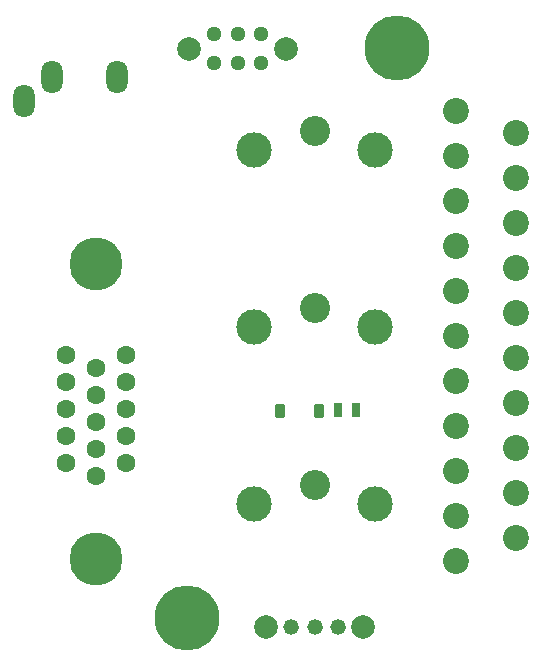
<source format=gbr>
%TF.GenerationSoftware,KiCad,Pcbnew,7.0.11+dfsg-1*%
%TF.CreationDate,2024-03-22T13:59:40+02:00*%
%TF.ProjectId,dexx_video_adapter,64657878-5f76-4696-9465-6f5f61646170,rev?*%
%TF.SameCoordinates,Original*%
%TF.FileFunction,Soldermask,Top*%
%TF.FilePolarity,Negative*%
%FSLAX46Y46*%
G04 Gerber Fmt 4.6, Leading zero omitted, Abs format (unit mm)*
G04 Created by KiCad (PCBNEW 7.0.11+dfsg-1) date 2024-03-22 13:59:40*
%MOMM*%
%LPD*%
G01*
G04 APERTURE LIST*
G04 Aperture macros list*
%AMRoundRect*
0 Rectangle with rounded corners*
0 $1 Rounding radius*
0 $2 $3 $4 $5 $6 $7 $8 $9 X,Y pos of 4 corners*
0 Add a 4 corners polygon primitive as box body*
4,1,4,$2,$3,$4,$5,$6,$7,$8,$9,$2,$3,0*
0 Add four circle primitives for the rounded corners*
1,1,$1+$1,$2,$3*
1,1,$1+$1,$4,$5*
1,1,$1+$1,$6,$7*
1,1,$1+$1,$8,$9*
0 Add four rect primitives between the rounded corners*
20,1,$1+$1,$2,$3,$4,$5,0*
20,1,$1+$1,$4,$5,$6,$7,0*
20,1,$1+$1,$6,$7,$8,$9,0*
20,1,$1+$1,$8,$9,$2,$3,0*%
G04 Aperture macros list end*
%ADD10C,1.295400*%
%ADD11C,2.006600*%
%ADD12C,2.550000*%
%ADD13C,3.000000*%
%ADD14C,5.500000*%
%ADD15RoundRect,0.225000X0.225000X0.375000X-0.225000X0.375000X-0.225000X-0.375000X0.225000X-0.375000X0*%
%ADD16C,1.600000*%
%ADD17C,4.500000*%
%ADD18C,1.320800*%
%ADD19R,0.635000X1.143000*%
%ADD20C,2.200000*%
%ADD21O,1.800000X2.800000*%
G04 APERTURE END LIST*
D10*
%TO.C,SW2*%
X46668700Y-17884600D03*
X44662100Y-17884600D03*
X42655500Y-17884600D03*
X46668700Y-15395400D03*
X44662100Y-15395400D03*
X42655500Y-15395400D03*
D11*
X48764200Y-16640000D03*
X40560000Y-16640000D03*
%TD*%
D12*
%TO.C,J3*%
X51180000Y-38600000D03*
D13*
X46030000Y-40200000D03*
X56330000Y-40200000D03*
%TD*%
D12*
%TO.C,J4*%
X51180000Y-23600000D03*
D13*
X46030000Y-25200000D03*
X56330000Y-25200000D03*
%TD*%
D14*
%TO.C,MH2*%
X58140000Y-16590000D03*
%TD*%
D15*
%TO.C,D1*%
X51580000Y-47310000D03*
X48280000Y-47310000D03*
%TD*%
D16*
%TO.C,J6*%
X35240000Y-51690000D03*
X35240000Y-49400000D03*
X35240000Y-47110000D03*
X35240000Y-44820000D03*
X35240000Y-42530000D03*
X32700000Y-52830000D03*
X32700000Y-50540000D03*
X32700000Y-48250000D03*
X32700000Y-45960000D03*
D17*
X32700000Y-34870000D03*
D16*
X32700000Y-43670000D03*
D17*
X32700000Y-59870000D03*
D16*
X30160000Y-51690000D03*
X30160000Y-49400000D03*
X30160000Y-47110000D03*
X30160000Y-44820000D03*
X30160000Y-42530000D03*
%TD*%
D12*
%TO.C,J2*%
X51180000Y-53600000D03*
D13*
X46030000Y-55200000D03*
X56330000Y-55200000D03*
%TD*%
D18*
%TO.C,SW1*%
X49200000Y-65600000D03*
X51200001Y-65600000D03*
X53200002Y-65600000D03*
D11*
X47097901Y-65600000D03*
X55302101Y-65600000D03*
%TD*%
D19*
%TO.C,R1*%
X54704000Y-47240000D03*
X53180000Y-47240000D03*
%TD*%
D20*
%TO.C,J1*%
X63170000Y-21910000D03*
X68250000Y-23815000D03*
X63170000Y-25720000D03*
X68250000Y-27625000D03*
X63170000Y-29530000D03*
X68250000Y-31435000D03*
X63170000Y-33340000D03*
X68250000Y-35245000D03*
X63170000Y-37150000D03*
X68250000Y-39055000D03*
X63170000Y-40960000D03*
X68250000Y-42865000D03*
X63170000Y-44770000D03*
X68250000Y-46675000D03*
X63170000Y-48580000D03*
X68250000Y-50485000D03*
X63170000Y-52390000D03*
X68250000Y-54295000D03*
X63170000Y-56200000D03*
X68250000Y-58105000D03*
X63170000Y-60010000D03*
%TD*%
D21*
%TO.C,J5*%
X34440000Y-19060000D03*
X26540000Y-21060000D03*
X28940000Y-19060000D03*
%TD*%
D14*
%TO.C,MH1*%
X40400000Y-64810000D03*
%TD*%
M02*

</source>
